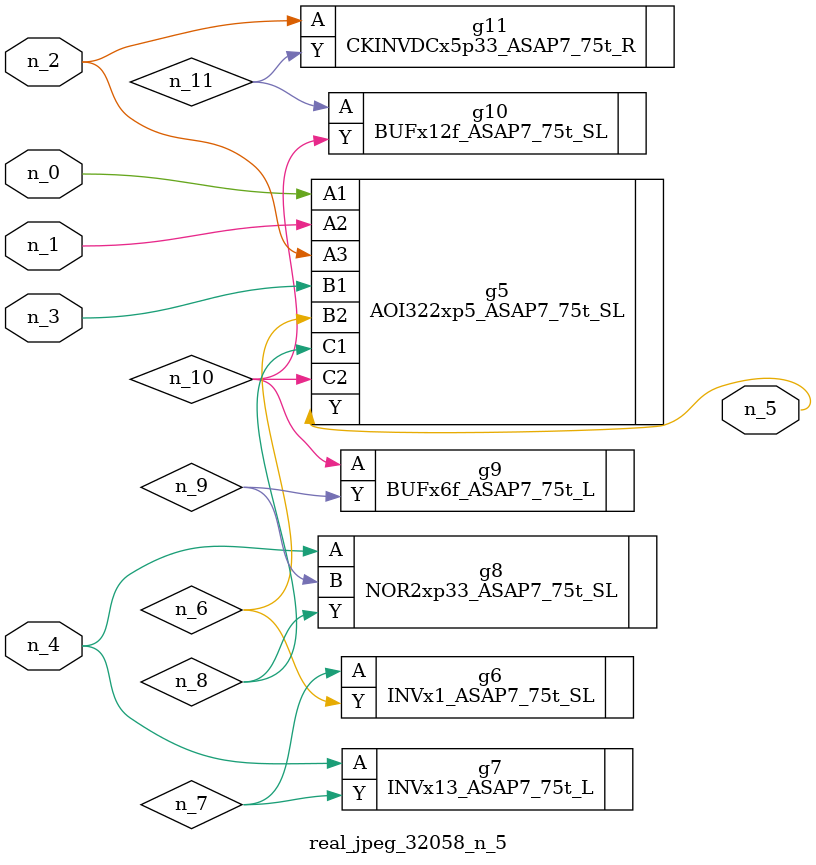
<source format=v>
module real_jpeg_32058_n_5 (n_4, n_0, n_1, n_2, n_3, n_5);

input n_4;
input n_0;
input n_1;
input n_2;
input n_3;

output n_5;

wire n_8;
wire n_11;
wire n_6;
wire n_7;
wire n_10;
wire n_9;

AOI322xp5_ASAP7_75t_SL g5 ( 
.A1(n_0),
.A2(n_1),
.A3(n_2),
.B1(n_3),
.B2(n_6),
.C1(n_8),
.C2(n_10),
.Y(n_5)
);

CKINVDCx5p33_ASAP7_75t_R g11 ( 
.A(n_2),
.Y(n_11)
);

INVx13_ASAP7_75t_L g7 ( 
.A(n_4),
.Y(n_7)
);

NOR2xp33_ASAP7_75t_SL g8 ( 
.A(n_4),
.B(n_9),
.Y(n_8)
);

INVx1_ASAP7_75t_SL g6 ( 
.A(n_7),
.Y(n_6)
);

BUFx6f_ASAP7_75t_L g9 ( 
.A(n_10),
.Y(n_9)
);

BUFx12f_ASAP7_75t_SL g10 ( 
.A(n_11),
.Y(n_10)
);


endmodule
</source>
